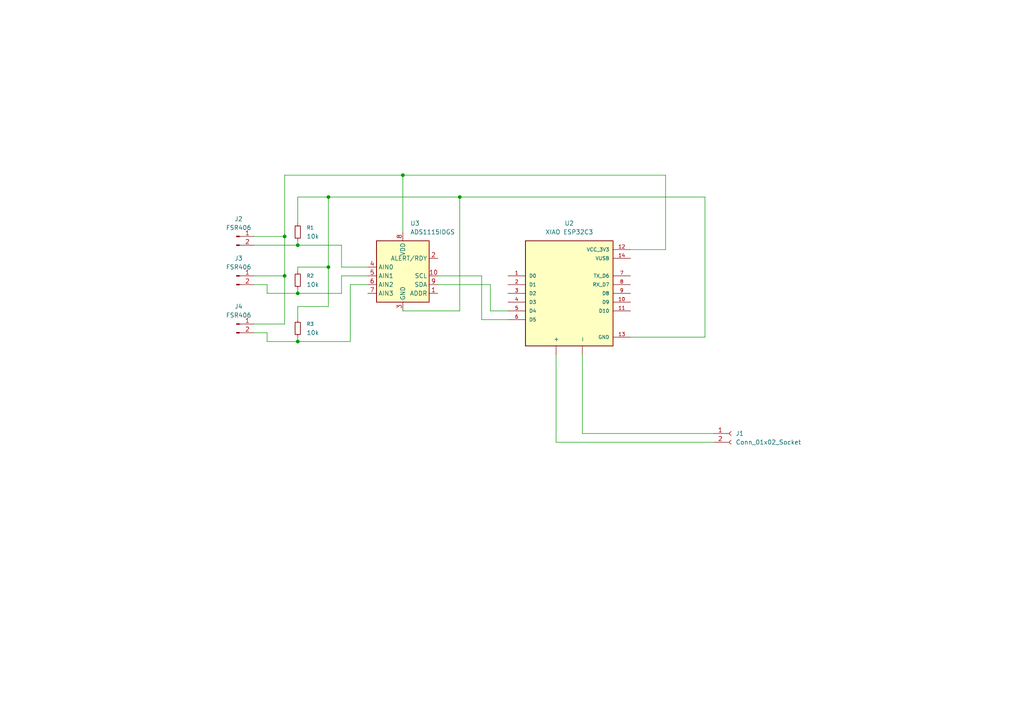
<source format=kicad_sch>
(kicad_sch (version 20250114) (generator "eeschema") (generator_version "9.0")
  (paper "A4")
  (title_block (date "2026-01-26"))
  (lib_symbols
    (symbol "Analog_ADC:ADS1115IDGS"
      (property "Reference" "U" (at 2.54 13.97 0))
      (property "Value" "ADS1115IDGS" (at 7.62 11.43 0))
      (symbol "ADS1115IDGS_0_1"
        (rectangle (start -7.62 10.16) (end 7.62 -7.62) (stroke (width 0.254)) (fill (type background)))
      )
      (symbol "ADS1115IDGS_1_1"
        (pin input line (at -10.16 2.54 0) (length 2.54) (name "AIN0") (number "4"))
        (pin input line (at -10.16 0 0) (length 2.54) (name "AIN1") (number "5"))
        (pin input line (at -10.16 -2.54 0) (length 2.54) (name "AIN2") (number "6"))
        (pin input line (at -10.16 -5.08 0) (length 2.54) (name "AIN3") (number "7"))
        (pin power_in line (at 0 12.7 270) (length 2.54) (name "VDD") (number "8"))
        (pin power_in line (at 0 -10.16 90) (length 2.54) (name "GND") (number "3"))
        (pin output line (at 10.16 5.08 180) (length 2.54) (name "ALERT/RDY") (number "2"))
        (pin input line (at 10.16 0 180) (length 2.54) (name "SCL") (number "10"))
        (pin bidirectional line (at 10.16 -2.54 180) (length 2.54) (name "SDA") (number "9"))
        (pin input line (at 10.16 -5.08 180) (length 2.54) (name "ADDR") (number "1"))
      )
    )
    (symbol "Connector:Conn_01x02_Pin" (pin_names (offset 1.016) (hide yes))
      (property "Reference" "J" (at 0 2.54 0))
      (property "Value" "Conn_01x02_Pin" (at 0 -5.08 0))
      (symbol "Conn_01x02_Pin_1_1"
        (rectangle (start 0.8636 0.127) (end 0 -0.127) (stroke (width 0.1524)) (fill (type outline)))
        (rectangle (start 0.8636 -2.413) (end 0 -2.667) (stroke (width 0.1524)) (fill (type outline)))
        (polyline (pts (xy 1.27 0) (xy 0.8636 0)) (stroke (width 0.1524)))
        (polyline (pts (xy 1.27 -2.54) (xy 0.8636 -2.54)) (stroke (width 0.1524)))
        (pin passive line (at 5.08 0 180) (length 3.81) (name "Pin_1") (number "1"))
        (pin passive line (at 5.08 -2.54 180) (length 3.81) (name "Pin_2") (number "2"))
      )
    )
    (symbol "Connector:Conn_01x02_Socket" (pin_names (offset 1.016) (hide yes))
      (property "Reference" "J" (at 0 2.54 0))
      (property "Value" "Conn_01x02_Socket" (at 0 -5.08 0))
      (symbol "Conn_01x02_Socket_1_1"
        (polyline (pts (xy -1.27 0) (xy -0.508 0)) (stroke (width 0.1524)))
        (polyline (pts (xy -1.27 -2.54) (xy -0.508 -2.54)) (stroke (width 0.1524)))
        (arc (start 0 -0.508) (mid -0.5058 0) (end 0 0.508) (stroke (width 0.1524)))
        (arc (start 0 -3.048) (mid -0.5058 -2.54) (end 0 -2.032) (stroke (width 0.1524)))
        (pin passive line (at -5.08 0 0) (length 3.81) (name "Pin_1") (number "1"))
        (pin passive line (at -5.08 -2.54 0) (length 3.81) (name "Pin_2") (number "2"))
      )
    )
    (symbol "Device:R_Small" (pin_numbers (hide yes)) (pin_names (offset 0.254) (hide yes))
      (property "Reference" "R" (at 0 0 90))
      (property "Value" "R_Small" (at 1.778 0 90))
      (symbol "R_Small_0_1"
        (rectangle (start -0.762 1.778) (end 0.762 -1.778) (stroke (width 0.2032)))
      )
      (symbol "R_Small_1_1"
        (pin passive line (at 0 2.54 270) (length 0.762) (name "~") (number "1"))
        (pin passive line (at 0 -2.54 90) (length 0.762) (name "~") (number "2"))
      )
    )
    (symbol "XIAO ESP32C3_1" (pin_names (offset 1.016))
      (property "Reference" "U" (at -12.7 16.002 0))
      (property "Value" "XIAO ESP32C3" (at -12.7 -17.78 0))
      (symbol "XIAO ESP32C3_1_0_0"
        (rectangle (start -12.7 -15.24) (end 12.7 15.24) (stroke (width 0.254)) (fill (type background)))
        (pin bidirectional line (at -17.78 5.08 0) (length 5.08) (name "D0") (number "1"))
        (pin bidirectional line (at -17.78 2.54 0) (length 5.08) (name "D1") (number "2"))
        (pin bidirectional line (at -17.78 0 0) (length 5.08) (name "D2") (number "3"))
        (pin bidirectional line (at -17.78 -2.54 0) (length 5.08) (name "D3") (number "4"))
        (pin bidirectional line (at -17.78 -5.08 0) (length 5.08) (name "D4") (number "5"))
        (pin bidirectional line (at -17.78 -7.62 0) (length 5.08) (name "D5") (number "6"))
        (pin power_in line (at 17.78 12.7 180) (length 5.08) (name "VCC_3V3") (number "12"))
        (pin power_in line (at 17.78 10.16 180) (length 5.08) (name "VUSB") (number "14"))
        (pin bidirectional line (at 17.78 5.08 180) (length 5.08) (name "TX_D6") (number "7"))
        (pin bidirectional line (at 17.78 2.54 180) (length 5.08) (name "RX_D7") (number "8"))
        (pin bidirectional line (at 17.78 0 180) (length 5.08) (name "D8") (number "9"))
        (pin bidirectional line (at 17.78 -2.54 180) (length 5.08) (name "D9") (number "10"))
        (pin bidirectional line (at 17.78 -5.08 180) (length 5.08) (name "D10") (number "11"))
        (pin power_in line (at 17.78 -12.7 180) (length 5.08) (name "GND") (number "13"))
      )
      (symbol "XIAO ESP32C3_1_1_1"
        (pin power_in line (at -3.81 -17.78 90) (length 2.54) (name "+") (number ""))
        (pin power_out line (at 3.81 -17.78 90) (length 2.54) (name "-") (number ""))
      )
    )
  )
  (junction (at 116.84 50.8))
  (junction (at 95.25 77.47))
  (junction (at 86.36 71.12))
  (junction (at 95.25 57.15))
  (junction (at 86.36 99.06))
  (junction (at 86.36 85.09))
  (junction (at 82.55 68.58))
  (junction (at 133.35 57.15))
  (junction (at 82.55 80.01))
  (wire (pts (xy 182.88 72.39) (xy 193.04 72.39)))
  (wire (pts (xy 99.06 71.12) (xy 99.06 77.47)))
  (wire (pts (xy 86.36 77.47) (xy 95.25 77.47)))
  (wire (pts (xy 86.36 78.74) (xy 86.36 77.47)))
  (wire (pts (xy 193.04 72.39) (xy 193.04 50.8)))
  (wire (pts (xy 161.29 102.87) (xy 161.29 128.27)))
  (wire (pts (xy 86.36 99.06) (xy 101.6 99.06)))
  (wire (pts (xy 95.25 57.15) (xy 86.36 57.15)))
  (wire (pts (xy 127 82.55) (xy 142.24 82.55)))
  (wire (pts (xy 82.55 50.8) (xy 82.55 68.58)))
  (wire (pts (xy 139.7 92.71) (xy 147.32 92.71)))
  (wire (pts (xy 77.47 96.52) (xy 77.47 99.06)))
  (wire (pts (xy 77.47 82.55) (xy 77.47 85.09)))
  (wire (pts (xy 182.88 97.79) (xy 204.47 97.79)))
  (wire (pts (xy 193.04 50.8) (xy 116.84 50.8)))
  (wire (pts (xy 168.91 125.73) (xy 207.01 125.73)))
  (wire (pts (xy 127 80.01) (xy 139.7 80.01)))
  (wire (pts (xy 168.91 102.87) (xy 168.91 125.73)))
  (wire (pts (xy 99.06 80.01) (xy 106.68 80.01)))
  (wire (pts (xy 77.47 85.09) (xy 86.36 85.09)))
  (wire (pts (xy 142.24 82.55) (xy 142.24 90.17)))
  (wire (pts (xy 86.36 71.12) (xy 99.06 71.12)))
  (wire (pts (xy 142.24 90.17) (xy 147.32 90.17)))
  (wire (pts (xy 86.36 97.79) (xy 86.36 99.06)))
  (wire (pts (xy 73.66 96.52) (xy 77.47 96.52)))
  (wire (pts (xy 204.47 97.79) (xy 204.47 57.15)))
  (wire (pts (xy 133.35 90.17) (xy 133.35 57.15)))
  (wire (pts (xy 86.36 83.82) (xy 86.36 85.09)))
  (wire (pts (xy 101.6 82.55) (xy 106.68 82.55)))
  (wire (pts (xy 73.66 93.98) (xy 82.55 93.98)))
  (wire (pts (xy 86.36 57.15) (xy 86.36 64.77)))
  (wire (pts (xy 95.25 77.47) (xy 95.25 57.15)))
  (wire (pts (xy 73.66 71.12) (xy 86.36 71.12)))
  (wire (pts (xy 73.66 68.58) (xy 82.55 68.58)))
  (wire (pts (xy 82.55 80.01) (xy 82.55 93.98)))
  (wire (pts (xy 101.6 99.06) (xy 101.6 82.55)))
  (wire (pts (xy 73.66 80.01) (xy 82.55 80.01)))
  (wire (pts (xy 99.06 85.09) (xy 99.06 80.01)))
  (wire (pts (xy 161.29 128.27) (xy 207.01 128.27)))
  (wire (pts (xy 82.55 80.01) (xy 82.55 68.58)))
  (wire (pts (xy 86.36 71.12) (xy 86.36 69.85)))
  (wire (pts (xy 95.25 88.9) (xy 95.25 77.47)))
  (wire (pts (xy 99.06 77.47) (xy 106.68 77.47)))
  (wire (pts (xy 116.84 50.8) (xy 116.84 67.31)))
  (wire (pts (xy 116.84 90.17) (xy 133.35 90.17)))
  (wire (pts (xy 77.47 99.06) (xy 86.36 99.06)))
  (wire (pts (xy 116.84 50.8) (xy 82.55 50.8)))
  (wire (pts (xy 139.7 80.01) (xy 139.7 92.71)))
  (wire (pts (xy 133.35 57.15) (xy 95.25 57.15)))
  (wire (pts (xy 204.47 57.15) (xy 133.35 57.15)))
  (wire (pts (xy 86.36 92.71) (xy 86.36 88.9)))
  (wire (pts (xy 86.36 88.9) (xy 95.25 88.9)))
  (wire (pts (xy 86.36 85.09) (xy 99.06 85.09)))
  (wire (pts (xy 73.66 82.55) (xy 77.47 82.55)))
  (symbol (lib_id "Connector:Conn_01x02_Pin") (at 68.58 68.58 0) (unit 1)
    (property "Reference" "J2" (at 69.215 63.5 0))
    (property "Value" "FSR406" (at 69.215 66.04 0))
    (property "Description" "Generic connector, single row, 01x02, script generated" (effects (hide yes)))
  )
  (symbol (lib_id "Device:R_Small") (at 86.36 81.28 0) (unit 1)
    (property "Reference" "R2" (at 88.9 80.0099 0) (effects (font (size 1.016 1.016)) (justify left)))
    (property "Value" "10k" (at 88.9 82.5499 0) (effects (justify left)))
    (property "Description" "Resistor, small symbol" (effects (hide yes)))
  )
  (symbol (lib_id "Analog_ADC:ADS1115IDGS") (at 116.84 80.01 0) (unit 1)
    (property "Reference" "U3" (at 118.9833 64.77 0) (effects (justify left)))
    (property "Value" "ADS1115IDGS" (at 118.9833 67.31 0) (effects (justify left)))
    (property "Footprint" "Package_SO:TSSOP-10_3x3mm_P0.5mm" (effects (hide yes)))
    (property "Datasheet" "http://www.ti.com/lit/ds/symlink/ads1113.pdf" (effects (hide yes)))
    (property "Description" "Ultra-Small, Low-Power, I2C-Compatible, 860-SPS, 16-Bit ADCs With Internal Reference, Oscillator, and Programmable Comparator, VSSOP-10" (effects (hide yes)))
  )
  (symbol (lib_id "Device:R_Small") (at 86.36 67.31 0) (unit 1)
    (property "Reference" "R1" (at 88.9 66.0399 0) (effects (font (size 1.016 1.016)) (justify left)))
    (property "Value" "10k" (at 88.9 68.5799 0) (effects (justify left)))
    (property "Description" "Resistor, small symbol" (effects (hide yes)))
  )
  (symbol (lib_id "Connector:Conn_01x02_Socket") (at 212.09 125.73 0) (unit 1)
    (property "Reference" "J1" (at 213.36 125.7299 0) (effects (justify left)))
    (property "Value" "Conn_01x02_Socket" (at 213.36 128.2699 0) (effects (justify left)))
    (property "Description" "Generic connector, single row, 01x02, script generated" (effects (hide yes)))
  )
  (symbol (lib_id "Connector:Conn_01x02_Pin") (at 68.58 93.98 0) (unit 1)
    (property "Reference" "J4" (at 69.215 88.9 0))
    (property "Value" "FSR406" (at 69.215 91.44 0))
    (property "Description" "Generic connector, single row, 01x02, script generated" (effects (hide yes)))
  )
  (symbol (lib_id "Connector:Conn_01x02_Pin") (at 68.58 80.01 0) (unit 1)
    (property "Reference" "J3" (at 69.215 74.93 0))
    (property "Value" "FSR406" (at 69.215 77.47 0))
    (property "Description" "Generic connector, single row, 01x02, script generated" (effects (hide yes)))
  )
  (symbol (lib_id "Device:R_Small") (at 86.36 95.25 0) (unit 1)
    (property "Reference" "R3" (at 88.9 93.9799 0) (effects (font (size 1.016 1.016)) (justify left)))
    (property "Value" "10k" (at 88.9 96.5199 0) (effects (justify left)))
    (property "Description" "Resistor, small symbol" (effects (hide yes)))
  )
  (symbol (lib_name "XIAO ESP32C3_1") (lib_id "113991054:XIAO ESP32C3") (at 165.1 85.09 0) (unit 1)
    (property "Reference" "U2" (at 165.1 64.77 0))
    (property "Value" "XIAO ESP32C3" (at 165.1 67.31 0))
    (property "Footprint" "113991054:MODULE_113991054" (effects (hide yes)))
    (property "PARTREV" "23/05/2022" (effects (hide yes)))
    (property "MANUFACTURER" "Seeed Technology" (effects (hide yes)))
    (property "SNAPEDA_PN" "113991054" (effects (hide yes)))
    (property "MAXIMUM_PACKAGE_HEIGHT" "N/A" (effects (hide yes)))
    (property "STANDARD" "Manufacturer Recommendations" (effects (hide yes)))
  )
)
</source>
